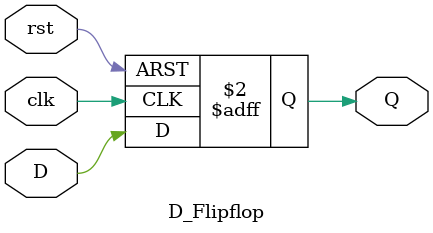
<source format=v>
module D_Flipflop( 
    input  wire clk, rst, D, 
    output reg  Q 
); 
    always @(posedge clk or posedge rst) begin 
        if (rst) 
            Q <= 1'b0;   // Reset 
        else 
            Q <= D;      // Capture D at clock edge 
    end 
endmodule
</source>
